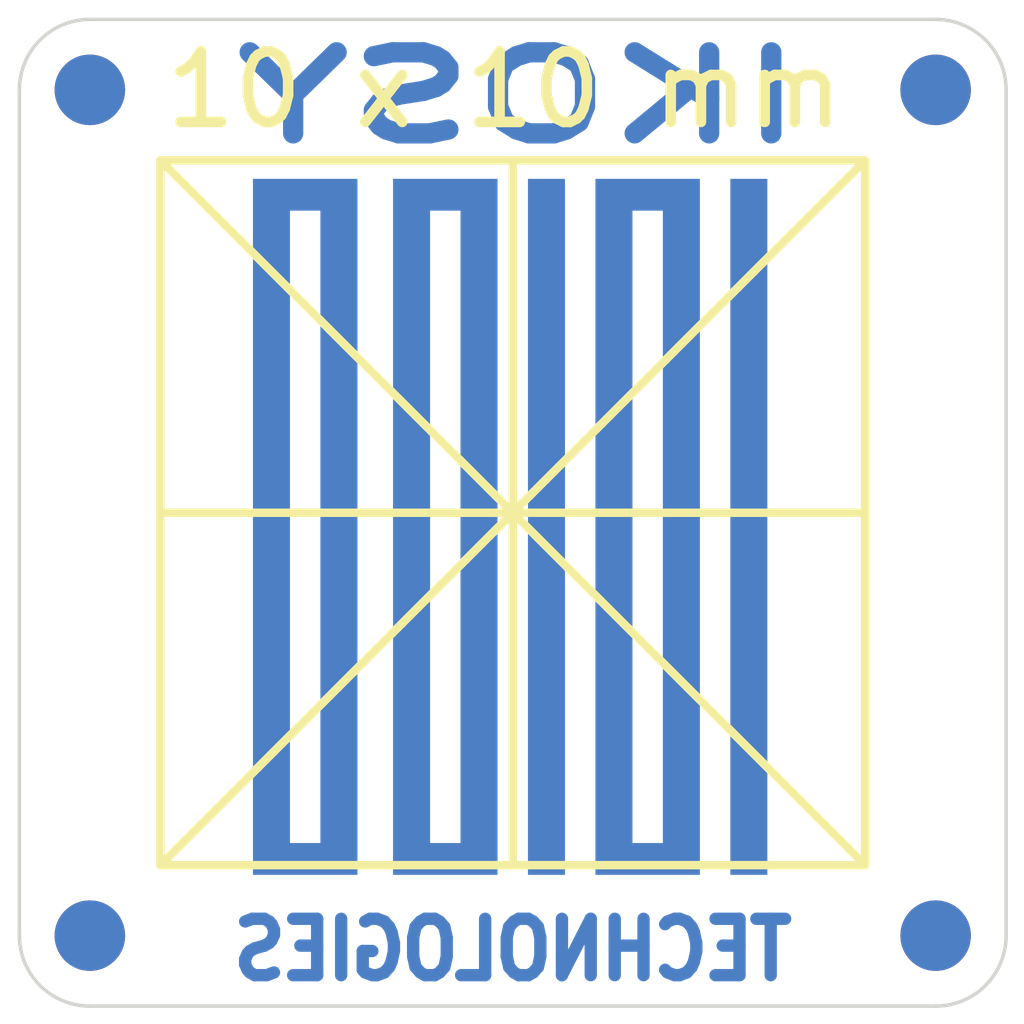
<source format=kicad_pcb>
(kicad_pcb (version 20171130) (host pcbnew "(5.1.5)-3")

  (general
    (thickness 1.6)
    (drawings 9)
    (tracks 0)
    (zones 0)
    (modules 10)
    (nets 1)
  )

  (page A4)
  (layers
    (0 F.Cu signal hide)
    (31 B.Cu signal)
    (32 B.Adhes user hide)
    (33 F.Adhes user hide)
    (34 B.Paste user hide)
    (35 F.Paste user hide)
    (36 B.SilkS user)
    (37 F.SilkS user)
    (38 B.Mask user hide)
    (39 F.Mask user hide)
    (40 Dwgs.User user hide)
    (41 Cmts.User user hide)
    (42 Eco1.User user hide)
    (43 Eco2.User user hide)
    (44 Edge.Cuts user)
    (45 Margin user)
    (46 B.CrtYd user hide)
    (47 F.CrtYd user hide)
    (48 B.Fab user hide)
    (49 F.Fab user hide)
  )

  (setup
    (last_trace_width 0.25)
    (trace_clearance 0.2)
    (zone_clearance 0.508)
    (zone_45_only no)
    (trace_min 0.2)
    (via_size 0.8)
    (via_drill 0.4)
    (via_min_size 0.4)
    (via_min_drill 0.3)
    (uvia_size 0.3)
    (uvia_drill 0.1)
    (uvias_allowed no)
    (uvia_min_size 0.2)
    (uvia_min_drill 0.1)
    (edge_width 0.05)
    (segment_width 0.2)
    (pcb_text_width 0.3)
    (pcb_text_size 1.5 1.5)
    (mod_edge_width 0.12)
    (mod_text_size 1 1)
    (mod_text_width 0.15)
    (pad_size 1.524 1.524)
    (pad_drill 0.762)
    (pad_to_mask_clearance 0)
    (aux_axis_origin 0 0)
    (visible_elements 7FFFFFFF)
    (pcbplotparams
      (layerselection 0x010fc_ffffffff)
      (usegerberextensions false)
      (usegerberattributes true)
      (usegerberadvancedattributes true)
      (creategerberjobfile true)
      (excludeedgelayer true)
      (linewidth 0.100000)
      (plotframeref false)
      (viasonmask false)
      (mode 1)
      (useauxorigin false)
      (hpglpennumber 1)
      (hpglpenspeed 20)
      (hpglpendiameter 15.000000)
      (psnegative false)
      (psa4output false)
      (plotreference true)
      (plotvalue true)
      (plotinvisibletext false)
      (padsonsilk false)
      (subtractmaskfromsilk false)
      (outputformat 1)
      (mirror false)
      (drillshape 0)
      (scaleselection 1)
      (outputdirectory "Gerber/"))
  )

  (net 0 "")

  (net_class Default "This is the default net class."
    (clearance 0.2)
    (trace_width 0.25)
    (via_dia 0.8)
    (via_drill 0.4)
    (uvia_dia 0.3)
    (uvia_drill 0.1)
  )

  (module Fiducial:Fiducial_1mm_Mask2mm (layer B.Cu) (tedit 5C18CB26) (tstamp 608466A9)
    (at 156 144)
    (descr "Circular Fiducial, 1mm bare copper, 2mm soldermask opening (Level A)")
    (tags fiducial)
    (path /6084274B)
    (attr smd)
    (fp_text reference FID8 (at 0 2) (layer F.Fab)
      (effects (font (size 1 1) (thickness 0.15)) (justify mirror))
    )
    (fp_text value Fiducial (at 0 -2) (layer B.Fab)
      (effects (font (size 1 1) (thickness 0.15)) (justify mirror))
    )
    (fp_circle (center 0 0) (end 1.25 0) (layer B.CrtYd) (width 0.05))
    (fp_text user %R (at 0 0) (layer B.Fab)
      (effects (font (size 0.4 0.4) (thickness 0.06)) (justify mirror))
    )
    (fp_circle (center 0 0) (end 1 0) (layer B.Fab) (width 0.1))
    (pad "" smd circle (at 0 0) (size 1 1) (layers B.Cu B.Mask)
      (solder_mask_margin 0.5) (clearance 0.5))
  )

  (module Fiducial:Fiducial_1mm_Mask2mm (layer B.Cu) (tedit 5C18CB26) (tstamp 608466A1)
    (at 144 144)
    (descr "Circular Fiducial, 1mm bare copper, 2mm soldermask opening (Level A)")
    (tags fiducial)
    (path /6084273F)
    (attr smd)
    (fp_text reference FID7 (at 0 2) (layer F.Fab)
      (effects (font (size 1 1) (thickness 0.15)) (justify mirror))
    )
    (fp_text value Fiducial (at 0 -2) (layer B.Fab)
      (effects (font (size 1 1) (thickness 0.15)) (justify mirror))
    )
    (fp_circle (center 0 0) (end 1.25 0) (layer B.CrtYd) (width 0.05))
    (fp_text user %R (at 0 0) (layer B.Fab)
      (effects (font (size 0.4 0.4) (thickness 0.06)) (justify mirror))
    )
    (fp_circle (center 0 0) (end 1 0) (layer B.Fab) (width 0.1))
    (pad "" smd circle (at 0 0) (size 1 1) (layers B.Cu B.Mask)
      (solder_mask_margin 0.5) (clearance 0.5))
  )

  (module Fiducial:Fiducial_1mm_Mask2mm (layer B.Cu) (tedit 5C18CB26) (tstamp 60846699)
    (at 144 156)
    (descr "Circular Fiducial, 1mm bare copper, 2mm soldermask opening (Level A)")
    (tags fiducial)
    (path /60842733)
    (attr smd)
    (fp_text reference FID6 (at 0 2) (layer F.Fab)
      (effects (font (size 1 1) (thickness 0.15)) (justify mirror))
    )
    (fp_text value Fiducial (at 0 -2) (layer B.Fab)
      (effects (font (size 1 1) (thickness 0.15)) (justify mirror))
    )
    (fp_circle (center 0 0) (end 1.25 0) (layer B.CrtYd) (width 0.05))
    (fp_text user %R (at 0 0) (layer B.Fab)
      (effects (font (size 0.4 0.4) (thickness 0.06)) (justify mirror))
    )
    (fp_circle (center 0 0) (end 1 0) (layer B.Fab) (width 0.1))
    (pad "" smd circle (at 0 0) (size 1 1) (layers B.Cu B.Mask)
      (solder_mask_margin 0.5) (clearance 0.5))
  )

  (module Fiducial:Fiducial_1mm_Mask2mm (layer B.Cu) (tedit 5C18CB26) (tstamp 60846691)
    (at 156 156)
    (descr "Circular Fiducial, 1mm bare copper, 2mm soldermask opening (Level A)")
    (tags fiducial)
    (path /60842727)
    (attr smd)
    (fp_text reference FID5 (at 0 2) (layer F.Fab)
      (effects (font (size 1 1) (thickness 0.15)) (justify mirror))
    )
    (fp_text value Fiducial (at 0 -2) (layer B.Fab)
      (effects (font (size 1 1) (thickness 0.15)) (justify mirror))
    )
    (fp_circle (center 0 0) (end 1.25 0) (layer B.CrtYd) (width 0.05))
    (fp_text user %R (at 0 0) (layer B.Fab)
      (effects (font (size 0.4 0.4) (thickness 0.06)) (justify mirror))
    )
    (fp_circle (center 0 0) (end 1 0) (layer B.Fab) (width 0.1))
    (pad "" smd circle (at 0 0) (size 1 1) (layers B.Cu B.Mask)
      (solder_mask_margin 0.5) (clearance 0.5))
  )

  (module Fiducial:Fiducial_1mm_Mask2mm (layer F.Cu) (tedit 5C18CB26) (tstamp 6076AAC5)
    (at 156 156)
    (descr "Circular Fiducial, 1mm bare copper, 2mm soldermask opening (Level A)")
    (tags fiducial)
    (path /6076682A)
    (attr smd)
    (fp_text reference FID2 (at 0 -2) (layer F.Fab)
      (effects (font (size 1 1) (thickness 0.15)))
    )
    (fp_text value Fiducial (at 0 2) (layer F.Fab)
      (effects (font (size 1 1) (thickness 0.15)))
    )
    (fp_circle (center 0 0) (end 1.25 0) (layer F.CrtYd) (width 0.05))
    (fp_text user %R (at 0 0) (layer F.Fab)
      (effects (font (size 0.4 0.4) (thickness 0.06)))
    )
    (fp_circle (center 0 0) (end 1 0) (layer F.Fab) (width 0.1))
    (pad "" smd circle (at 0 0) (size 1 1) (layers F.Cu F.Mask)
      (solder_mask_margin 0.5) (clearance 0.5))
  )

  (module Fiducial:Fiducial_1mm_Mask2mm (layer F.Cu) (tedit 5C18CB26) (tstamp 6076AABD)
    (at 144 156)
    (descr "Circular Fiducial, 1mm bare copper, 2mm soldermask opening (Level A)")
    (tags fiducial)
    (path /607665F7)
    (attr smd)
    (fp_text reference FID1 (at 0 -2) (layer F.Fab)
      (effects (font (size 1 1) (thickness 0.15)))
    )
    (fp_text value Fiducial (at 0 2) (layer F.Fab)
      (effects (font (size 1 1) (thickness 0.15)))
    )
    (fp_circle (center 0 0) (end 1.25 0) (layer F.CrtYd) (width 0.05))
    (fp_text user %R (at 0 0) (layer F.Fab)
      (effects (font (size 0.4 0.4) (thickness 0.06)))
    )
    (fp_circle (center 0 0) (end 1 0) (layer F.Fab) (width 0.1))
    (pad "" smd circle (at 0 0) (size 1 1) (layers F.Cu F.Mask)
      (solder_mask_margin 0.5) (clearance 0.5))
  )

  (module Fiducial:Fiducial_1mm_Mask2mm (layer F.Cu) (tedit 5C18CB26) (tstamp 6076AAB5)
    (at 156 144)
    (descr "Circular Fiducial, 1mm bare copper, 2mm soldermask opening (Level A)")
    (tags fiducial)
    (path /60766533)
    (attr smd)
    (fp_text reference FID3 (at 0 -2) (layer F.Fab)
      (effects (font (size 1 1) (thickness 0.15)))
    )
    (fp_text value Fiducial (at 0 2) (layer F.Fab)
      (effects (font (size 1 1) (thickness 0.15)))
    )
    (fp_circle (center 0 0) (end 1.25 0) (layer F.CrtYd) (width 0.05))
    (fp_text user %R (at 0 0) (layer F.Fab)
      (effects (font (size 0.4 0.4) (thickness 0.06)))
    )
    (fp_circle (center 0 0) (end 1 0) (layer F.Fab) (width 0.1))
    (pad "" smd circle (at 0 0) (size 1 1) (layers F.Cu F.Mask)
      (solder_mask_margin 0.5) (clearance 0.5))
  )

  (module Fiducial:Fiducial_1mm_Mask2mm (layer F.Cu) (tedit 5C18CB26) (tstamp 6076AAAD)
    (at 144 144)
    (descr "Circular Fiducial, 1mm bare copper, 2mm soldermask opening (Level A)")
    (tags fiducial)
    (path /6076593B)
    (attr smd)
    (fp_text reference FID4 (at 0 -2) (layer F.Fab)
      (effects (font (size 1 1) (thickness 0.15)))
    )
    (fp_text value Fiducial (at 0 2) (layer F.Fab)
      (effects (font (size 1 1) (thickness 0.15)))
    )
    (fp_circle (center 0 0) (end 1.25 0) (layer F.CrtYd) (width 0.05))
    (fp_text user %R (at 0 0) (layer F.Fab)
      (effects (font (size 0.4 0.4) (thickness 0.06)))
    )
    (fp_circle (center 0 0) (end 1 0) (layer F.Fab) (width 0.1))
    (pad "" smd circle (at 0 0) (size 1 1) (layers F.Cu F.Mask)
      (solder_mask_margin 0.5) (clearance 0.5))
  )

  (module Logos_LE:Ikosy-Symbol_Type2_7.3x10mm_Copper (layer B.Cu) (tedit 60764A2F) (tstamp 6076359C)
    (at 150 150 180)
    (path /6075EDAA)
    (fp_text reference L2 (at 0 8) (layer B.Fab) hide
      (effects (font (size 1.524 1.524) (thickness 0.3)) (justify mirror))
    )
    (fp_text value "Ikosy Symbol" (at 0 -8.3) (layer B.Fab) hide
      (effects (font (size 1.524 1.524) (thickness 0.3)) (justify mirror))
    )
    (fp_text user TECHNOLOGIES (at 0 -6.2) (layer B.Cu)
      (effects (font (size 0.8 0.715) (thickness 0.175)) (justify mirror))
    )
    (fp_text user IKOSY (at -0.1 5.9) (layer B.Cu)
      (effects (font (size 1.15 1.85) (thickness 0.2875)) (justify mirror))
    )
    (fp_poly (pts (xy -3.092174 -5.132754) (xy -3.607536 -5.132754) (xy -3.607536 4.732753) (xy -3.092174 4.732753)
      (xy -3.092174 -5.132754)) (layer B.Cu) (width 0.01))
    (fp_poly (pts (xy -1.177971 -5.132754) (xy -2.650435 -5.132754) (xy -2.650435 4.291014) (xy -2.135073 4.291014)
      (xy -2.135073 -4.691015) (xy -1.693334 -4.691015) (xy -1.693334 4.291014) (xy -2.135073 4.291014)
      (xy -2.650435 4.291014) (xy -2.650435 4.732753) (xy -1.177971 4.732753) (xy -1.177971 -5.132754)) (layer B.Cu) (width 0.01))
    (fp_poly (pts (xy -0.22087 -5.132754) (xy -0.736232 -5.132754) (xy -0.736232 4.732753) (xy -0.22087 4.732753)
      (xy -0.22087 -5.132754)) (layer B.Cu) (width 0.01))
    (fp_poly (pts (xy 1.693333 -5.132754) (xy 0.220869 -5.132754) (xy 0.220869 4.291014) (xy 0.736231 4.291014)
      (xy 0.736231 -4.691015) (xy 1.17797 -4.691015) (xy 1.17797 4.291014) (xy 0.736231 4.291014)
      (xy 0.220869 4.291014) (xy 0.220869 4.732753) (xy 1.693333 4.732753) (xy 1.693333 -5.132754)) (layer B.Cu) (width 0.01))
    (fp_poly (pts (xy 3.681159 -5.132754) (xy 2.208695 -5.132754) (xy 2.208695 4.291014) (xy 2.724057 4.291014)
      (xy 2.724057 -4.691015) (xy 3.165796 -4.691015) (xy 3.165796 4.291014) (xy 2.724057 4.291014)
      (xy 2.208695 4.291014) (xy 2.208695 4.732753) (xy 3.681159 4.732753) (xy 3.681159 -5.132754)) (layer B.Cu) (width 0.01))
    (fp_poly (pts (xy 4 -6.8) (xy -4 -6.8) (xy -4 6.8) (xy 4 6.8)) (layer B.Mask) (width 0.1))
  )

  (module Logos_LE:10x10_Grid (layer F.Cu) (tedit 6074888A) (tstamp 607624E2)
    (at 150 150)
    (path /6074C943)
    (fp_text reference L1 (at 0 6) (layer F.Fab)
      (effects (font (size 1 1) (thickness 0.15)))
    )
    (fp_text value "10x10 Grid" (at 0 -6) (layer F.Fab)
      (effects (font (size 1 1) (thickness 0.15)))
    )
    (fp_line (start 5 -5) (end -5 5) (layer F.SilkS) (width 0.12))
    (fp_line (start -5 -5) (end 5 5) (layer F.SilkS) (width 0.12))
    (fp_line (start 0 -5) (end 0 5) (layer F.SilkS) (width 0.12))
    (fp_line (start 5 0) (end -5 0) (layer F.SilkS) (width 0.12))
    (fp_line (start -5 5) (end -5 -5) (layer F.SilkS) (width 0.12))
    (fp_line (start 5 5) (end -5 5) (layer F.SilkS) (width 0.12))
    (fp_line (start 5 -5) (end 5 5) (layer F.SilkS) (width 0.12))
    (fp_line (start -5 -5) (end 5 -5) (layer F.SilkS) (width 0.12))
  )

  (gr_arc (start 144 144) (end 144 143) (angle -90) (layer Edge.Cuts) (width 0.05))
  (gr_arc (start 144 156) (end 143 156) (angle -90) (layer Edge.Cuts) (width 0.05))
  (gr_arc (start 156 156) (end 156 157) (angle -90) (layer Edge.Cuts) (width 0.05))
  (gr_arc (start 156 144) (end 157 144) (angle -90) (layer Edge.Cuts) (width 0.05))
  (gr_text "10 x 10 mm" (at 145 144) (layer F.SilkS)
    (effects (font (size 1 1) (thickness 0.15)) (justify left))
  )
  (gr_line (start 143 156) (end 143 144) (layer Edge.Cuts) (width 0.05) (tstamp 6076264D))
  (gr_line (start 156 157) (end 144 157) (layer Edge.Cuts) (width 0.05))
  (gr_line (start 157 144) (end 157 156) (layer Edge.Cuts) (width 0.05))
  (gr_line (start 144 143) (end 156 143) (layer Edge.Cuts) (width 0.05))

  (zone (net 0) (net_name "") (layer B.Mask) (tstamp 60772E60) (hatch full 0.508)
    (connect_pads (clearance 0.508))
    (min_thickness 0.254)
    (fill yes (arc_segments 32) (thermal_gap 0.508) (thermal_bridge_width 0.508))
    (polygon
      (pts
        (xy 158 158) (xy 142 158) (xy 142 142) (xy 158 142)
      )
    )
    (filled_polygon
      (pts
        (xy 156.19509 143.019215) (xy 156.382683 143.07612) (xy 156.55557 143.16853) (xy 156.707107 143.292893) (xy 156.83147 143.44443)
        (xy 156.92388 143.617317) (xy 156.980785 143.80491) (xy 157 144) (xy 157 156) (xy 156.980785 156.19509)
        (xy 156.92388 156.382683) (xy 156.83147 156.55557) (xy 156.707107 156.707107) (xy 156.55557 156.83147) (xy 156.382683 156.92388)
        (xy 156.19509 156.980785) (xy 156 157) (xy 144 157) (xy 143.80491 156.980785) (xy 143.617317 156.92388)
        (xy 143.44443 156.83147) (xy 143.292893 156.707107) (xy 143.16853 156.55557) (xy 143.07612 156.382683) (xy 143.019215 156.19509)
        (xy 143 156) (xy 143 144) (xy 143.019215 143.80491) (xy 143.07612 143.617317) (xy 143.16853 143.44443)
        (xy 143.292893 143.292893) (xy 143.44443 143.16853) (xy 143.617317 143.07612) (xy 143.80491 143.019215) (xy 144 143)
        (xy 156 143)
      )
    )
  )
)

</source>
